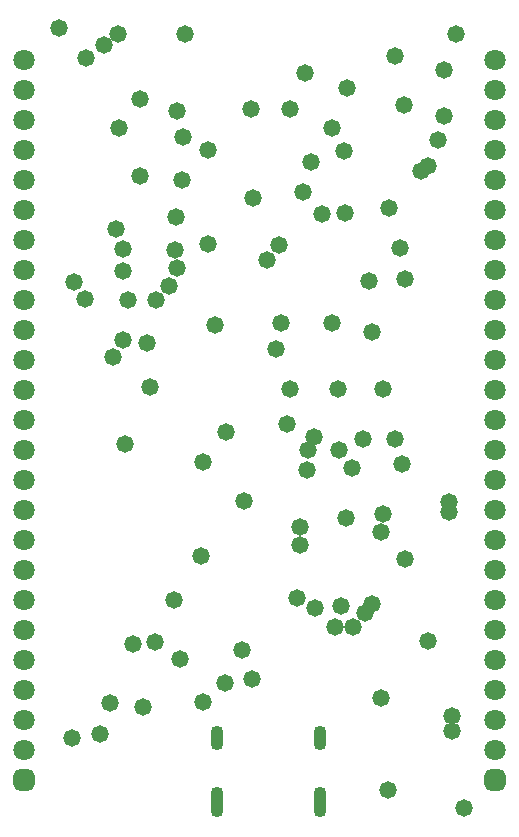
<source format=gbs>
G04*
G04 #@! TF.GenerationSoftware,Altium Limited,Altium Designer,23.1.1 (15)*
G04*
G04 Layer_Color=16711935*
%FSLAX44Y44*%
%MOMM*%
G71*
G04*
G04 #@! TF.SameCoordinates,41D86B32-BED1-46DB-A61E-0691954F4559*
G04*
G04*
G04 #@! TF.FilePolarity,Negative*
G04*
G01*
G75*
G04:AMPARAMS|DCode=57|XSize=1.1mm|YSize=2.6mm|CornerRadius=0.55mm|HoleSize=0mm|Usage=FLASHONLY|Rotation=0.000|XOffset=0mm|YOffset=0mm|HoleType=Round|Shape=RoundedRectangle|*
%AMROUNDEDRECTD57*
21,1,1.1000,1.5000,0,0,0.0*
21,1,0.0000,2.6000,0,0,0.0*
1,1,1.1000,0.0000,-0.7500*
1,1,1.1000,0.0000,-0.7500*
1,1,1.1000,0.0000,0.7500*
1,1,1.1000,0.0000,0.7500*
%
%ADD57ROUNDEDRECTD57*%
G04:AMPARAMS|DCode=58|XSize=1.1mm|YSize=2.1mm|CornerRadius=0.55mm|HoleSize=0mm|Usage=FLASHONLY|Rotation=0.000|XOffset=0mm|YOffset=0mm|HoleType=Round|Shape=RoundedRectangle|*
%AMROUNDEDRECTD58*
21,1,1.1000,1.0000,0,0,0.0*
21,1,0.0000,2.1000,0,0,0.0*
1,1,1.1000,0.0000,-0.5000*
1,1,1.1000,0.0000,-0.5000*
1,1,1.1000,0.0000,0.5000*
1,1,1.1000,0.0000,0.5000*
%
%ADD58ROUNDEDRECTD58*%
%ADD59C,1.8032*%
G04:AMPARAMS|DCode=60|XSize=1.8032mm|YSize=1.8032mm|CornerRadius=0.5016mm|HoleSize=0mm|Usage=FLASHONLY|Rotation=90.000|XOffset=0mm|YOffset=0mm|HoleType=Round|Shape=RoundedRectangle|*
%AMROUNDEDRECTD60*
21,1,1.8032,0.8000,0,0,90.0*
21,1,0.8000,1.8032,0,0,90.0*
1,1,1.0032,0.4000,0.4000*
1,1,1.0032,0.4000,-0.4000*
1,1,1.0032,-0.4000,-0.4000*
1,1,1.0032,-0.4000,0.4000*
%
%ADD60ROUNDEDRECTD60*%
%ADD61C,1.4732*%
D57*
X1083330Y443549D02*
D03*
X996930D02*
D03*
D58*
X1083330Y497150D02*
D03*
X996930D02*
D03*
D59*
X833120Y919480D02*
D03*
Y894080D02*
D03*
Y868680D02*
D03*
Y843280D02*
D03*
Y792480D02*
D03*
Y767080D02*
D03*
Y665480D02*
D03*
Y589280D02*
D03*
Y538480D02*
D03*
Y487680D02*
D03*
Y513080D02*
D03*
Y563880D02*
D03*
Y614680D02*
D03*
Y640080D02*
D03*
Y690880D02*
D03*
Y716280D02*
D03*
Y741680D02*
D03*
Y817880D02*
D03*
Y944880D02*
D03*
Y970280D02*
D03*
Y995680D02*
D03*
Y1021080D02*
D03*
Y1046480D02*
D03*
Y1071880D02*
D03*
X1231900Y919480D02*
D03*
Y894080D02*
D03*
Y868680D02*
D03*
Y843280D02*
D03*
Y792480D02*
D03*
Y767080D02*
D03*
Y665480D02*
D03*
Y589280D02*
D03*
Y538480D02*
D03*
Y487680D02*
D03*
Y513080D02*
D03*
Y563880D02*
D03*
Y614680D02*
D03*
Y640080D02*
D03*
Y690880D02*
D03*
Y716280D02*
D03*
Y741680D02*
D03*
Y817880D02*
D03*
Y944880D02*
D03*
Y970280D02*
D03*
Y995680D02*
D03*
Y1021080D02*
D03*
Y1046480D02*
D03*
Y1071880D02*
D03*
D60*
X833120Y462280D02*
D03*
X1231900D02*
D03*
D61*
X1154430Y1033780D02*
D03*
X1094232Y849122D02*
D03*
X1135380Y531114D02*
D03*
X1195578Y516382D02*
D03*
X1071118Y1060196D02*
D03*
X897636Y501142D02*
D03*
X933500Y524002D02*
D03*
X939800Y794766D02*
D03*
X959866Y614426D02*
D03*
X908050Y819658D02*
D03*
X910844Y928624D02*
D03*
X1127506Y840940D02*
D03*
X1147572Y1075182D02*
D03*
X1151636Y912368D02*
D03*
X925576Y577342D02*
D03*
X873760Y497840D02*
D03*
X1136904Y792988D02*
D03*
X966978Y970026D02*
D03*
X1152906Y729234D02*
D03*
X1058418Y792988D02*
D03*
X916686Y911606D02*
D03*
X931308Y1038606D02*
D03*
X1188974Y1062990D02*
D03*
X944626Y867918D02*
D03*
X1064260Y616204D02*
D03*
X875538Y883158D02*
D03*
X1104646Y941832D02*
D03*
X884899Y868934D02*
D03*
X1085342Y940816D02*
D03*
X885190Y1073053D02*
D03*
X1094232Y1013714D02*
D03*
X862838Y1098550D02*
D03*
X1103666Y994192D02*
D03*
X1075691Y985230D02*
D03*
X918718Y746252D02*
D03*
X1003046Y544068D02*
D03*
X905764Y526796D02*
D03*
X1169162Y977900D02*
D03*
X1155700Y886206D02*
D03*
X1066546Y660908D02*
D03*
X1175512Y579374D02*
D03*
X1049020Y914654D02*
D03*
X1124966Y884174D02*
D03*
X1078738Y752602D02*
D03*
X1069340Y959358D02*
D03*
X1026668Y954278D02*
D03*
X962914Y895096D02*
D03*
X994410Y847344D02*
D03*
X917194Y834390D02*
D03*
X921258Y868426D02*
D03*
X1018032Y572262D02*
D03*
X916686Y893180D02*
D03*
X982980Y651510D02*
D03*
X1192784Y689102D02*
D03*
X1135380Y672084D02*
D03*
X1105662Y683514D02*
D03*
X1192784Y696976D02*
D03*
X1100074Y740918D02*
D03*
X1188974Y1024128D02*
D03*
X962152Y938530D02*
D03*
X1073659Y741679D02*
D03*
X1072642Y724408D02*
D03*
X931164Y973074D02*
D03*
X962914Y895096D02*
D03*
X1056132Y763270D02*
D03*
X1099312Y792734D02*
D03*
X1205992Y438150D02*
D03*
X1195578Y503428D02*
D03*
X1175512Y981456D02*
D03*
X1120394Y750824D02*
D03*
X1046734Y827024D02*
D03*
X989076Y915368D02*
D03*
Y995680D02*
D03*
X1050798Y849122D02*
D03*
X1038860Y901954D02*
D03*
X1079460Y607568D02*
D03*
X960628Y910336D02*
D03*
X956056Y879856D02*
D03*
X1066546Y676148D02*
D03*
X1121918Y603250D02*
D03*
X1128014Y611124D02*
D03*
X1141476Y453136D02*
D03*
X1136650Y687324D02*
D03*
X1110488Y725678D02*
D03*
X937514Y831596D02*
D03*
X984364Y731266D02*
D03*
X1111758Y591312D02*
D03*
X1147572Y750824D02*
D03*
X1142492Y946150D02*
D03*
X1183640Y1003808D02*
D03*
X1025652Y1029716D02*
D03*
X1057946D02*
D03*
X962406Y1028446D02*
D03*
X912876Y1093470D02*
D03*
X1101598Y608838D02*
D03*
X1106170Y1047496D02*
D03*
X1096264Y591820D02*
D03*
X985012Y528066D02*
D03*
X944118Y578612D02*
D03*
X1003808Y756158D02*
D03*
X1019048Y698500D02*
D03*
X1155700Y649224D02*
D03*
X1199134Y1093470D02*
D03*
X969772D02*
D03*
X900430Y1084072D02*
D03*
X965200Y564388D02*
D03*
X1026160Y547370D02*
D03*
X967486Y1006094D02*
D03*
X913742Y1013610D02*
D03*
M02*

</source>
